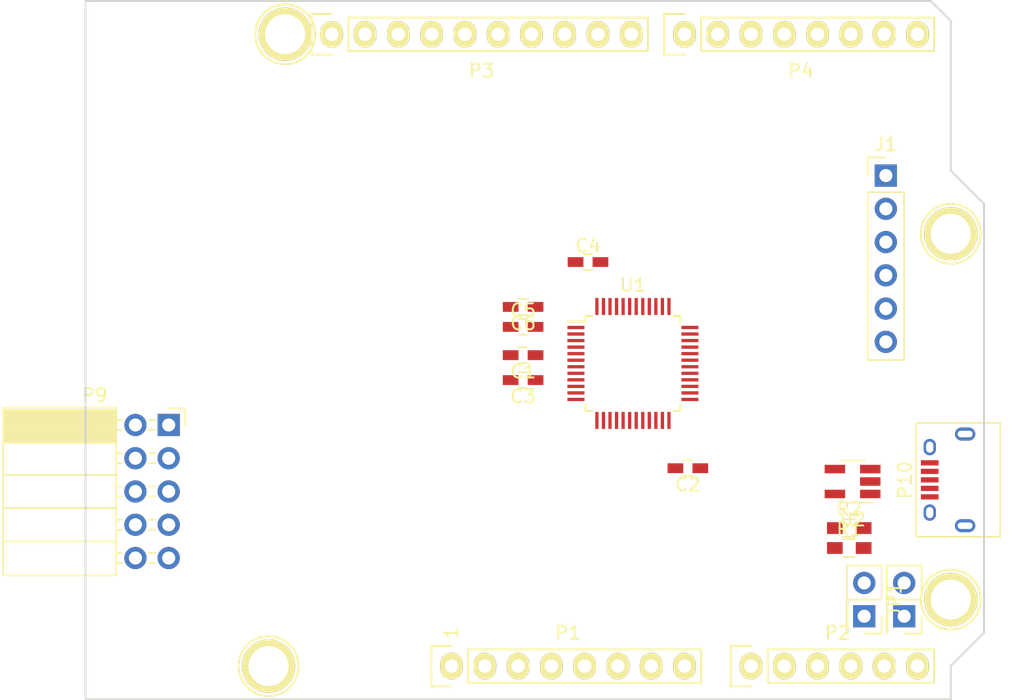
<source format=kicad_pcb>
(kicad_pcb (version 4) (host pcbnew 4.0.6)

  (general
    (links 66)
    (no_connects 66)
    (area 110.922999 72.949999 179.653001 126.440001)
    (thickness 1.6)
    (drawings 27)
    (tracks 0)
    (zones 0)
    (modules 23)
    (nets 26)
  )

  (page A4)
  (title_block
    (title "libopencm3-test hardware")
    (date 2017-10-31)
    (rev 1)
  )

  (layers
    (0 F.Cu signal)
    (31 B.Cu signal)
    (32 B.Adhes user)
    (33 F.Adhes user)
    (34 B.Paste user)
    (35 F.Paste user)
    (36 B.SilkS user)
    (37 F.SilkS user)
    (38 B.Mask user)
    (39 F.Mask user)
    (40 Dwgs.User user)
    (41 Cmts.User user)
    (42 Eco1.User user)
    (43 Eco2.User user)
    (44 Edge.Cuts user)
    (45 Margin user)
    (46 B.CrtYd user)
    (47 F.CrtYd user)
    (48 B.Fab user)
    (49 F.Fab user)
  )

  (setup
    (last_trace_width 0.25)
    (trace_clearance 0.2)
    (zone_clearance 0.508)
    (zone_45_only no)
    (trace_min 0.2)
    (segment_width 0.15)
    (edge_width 0.15)
    (via_size 0.6)
    (via_drill 0.4)
    (via_min_size 0.4)
    (via_min_drill 0.3)
    (uvia_size 0.3)
    (uvia_drill 0.1)
    (uvias_allowed no)
    (uvia_min_size 0.2)
    (uvia_min_drill 0.1)
    (pcb_text_width 0.3)
    (pcb_text_size 1.5 1.5)
    (mod_edge_width 0.15)
    (mod_text_size 1 1)
    (mod_text_width 0.15)
    (pad_size 4.064 4.064)
    (pad_drill 3.048)
    (pad_to_mask_clearance 0)
    (aux_axis_origin 110.998 126.365)
    (grid_origin 110.998 126.365)
    (visible_elements FFFFFF7F)
    (pcbplotparams
      (layerselection 0x00030_80000001)
      (usegerberextensions false)
      (excludeedgelayer true)
      (linewidth 0.100000)
      (plotframeref false)
      (viasonmask false)
      (mode 1)
      (useauxorigin false)
      (hpglpennumber 1)
      (hpglpenspeed 20)
      (hpglpendiameter 15)
      (hpglpenoverlay 2)
      (psnegative false)
      (psa4output false)
      (plotreference true)
      (plotvalue true)
      (plotinvisibletext false)
      (padsonsilk false)
      (subtractmaskfromsilk false)
      (outputformat 1)
      (mirror false)
      (drillshape 1)
      (scaleselection 1)
      (outputdirectory ""))
  )

  (net 0 "")
  (net 1 +5V)
  (net 2 GND)
  (net 3 +3V3)
  (net 4 /NRST)
  (net 5 /ADC_IN1)
  (net 6 /I2C_SDA)
  (net 7 /I2C_SCL)
  (net 8 /SPI_CS)
  (net 9 /SPI_MOSI)
  (net 10 /SPI_MISO)
  (net 11 /SPI_SCK)
  (net 12 /USB_DM)
  (net 13 /USB_DP)
  (net 14 "Net-(P10-Pad6)")
  (net 15 /SWCLK)
  (net 16 /SWDIO)
  (net 17 /SWO)
  (net 18 /DAC1_OUT)
  (net 19 /DAC2_OUT)
  (net 20 /UART_TX_OUT)
  (net 21 /UART_RX_OUT)
  (net 22 "Net-(JP1-Pad2)")
  (net 23 "Net-(JP2-Pad2)")
  (net 24 "Net-(R1-Pad1)")
  (net 25 "Net-(C6-Pad1)")

  (net_class Default "This is the default net class."
    (clearance 0.2)
    (trace_width 0.25)
    (via_dia 0.6)
    (via_drill 0.4)
    (uvia_dia 0.3)
    (uvia_drill 0.1)
    (add_net +3V3)
    (add_net +5V)
    (add_net /ADC_IN1)
    (add_net /DAC1_OUT)
    (add_net /DAC2_OUT)
    (add_net /I2C_SCL)
    (add_net /I2C_SDA)
    (add_net /NRST)
    (add_net /SPI_CS)
    (add_net /SPI_MISO)
    (add_net /SPI_MOSI)
    (add_net /SPI_SCK)
    (add_net /SWCLK)
    (add_net /SWDIO)
    (add_net /SWO)
    (add_net /UART_RX_OUT)
    (add_net /UART_TX_OUT)
    (add_net /USB_DM)
    (add_net /USB_DP)
    (add_net GND)
    (add_net "Net-(C6-Pad1)")
    (add_net "Net-(JP1-Pad2)")
    (add_net "Net-(JP2-Pad2)")
    (add_net "Net-(P10-Pad6)")
    (add_net "Net-(R1-Pad1)")
  )

  (module Socket_Arduino_Uno:Socket_Strip_Arduino_1x08 locked (layer F.Cu) (tedit 552168D2) (tstamp 551AF9EA)
    (at 138.938 123.825)
    (descr "Through hole socket strip")
    (tags "socket strip")
    (path /56D70129)
    (fp_text reference P1 (at 8.89 -2.54) (layer F.SilkS)
      (effects (font (size 1 1) (thickness 0.15)))
    )
    (fp_text value Power (at 8.89 -4.064) (layer F.Fab)
      (effects (font (size 1 1) (thickness 0.15)))
    )
    (fp_line (start -1.75 -1.75) (end -1.75 1.75) (layer F.CrtYd) (width 0.05))
    (fp_line (start 19.55 -1.75) (end 19.55 1.75) (layer F.CrtYd) (width 0.05))
    (fp_line (start -1.75 -1.75) (end 19.55 -1.75) (layer F.CrtYd) (width 0.05))
    (fp_line (start -1.75 1.75) (end 19.55 1.75) (layer F.CrtYd) (width 0.05))
    (fp_line (start 1.27 1.27) (end 19.05 1.27) (layer F.SilkS) (width 0.15))
    (fp_line (start 19.05 1.27) (end 19.05 -1.27) (layer F.SilkS) (width 0.15))
    (fp_line (start 19.05 -1.27) (end 1.27 -1.27) (layer F.SilkS) (width 0.15))
    (fp_line (start -1.55 1.55) (end 0 1.55) (layer F.SilkS) (width 0.15))
    (fp_line (start 1.27 1.27) (end 1.27 -1.27) (layer F.SilkS) (width 0.15))
    (fp_line (start 0 -1.55) (end -1.55 -1.55) (layer F.SilkS) (width 0.15))
    (fp_line (start -1.55 -1.55) (end -1.55 1.55) (layer F.SilkS) (width 0.15))
    (pad 1 thru_hole oval (at 0 0) (size 1.7272 2.032) (drill 1.016) (layers *.Cu *.Mask F.SilkS))
    (pad 2 thru_hole oval (at 2.54 0) (size 1.7272 2.032) (drill 1.016) (layers *.Cu *.Mask F.SilkS))
    (pad 3 thru_hole oval (at 5.08 0) (size 1.7272 2.032) (drill 1.016) (layers *.Cu *.Mask F.SilkS))
    (pad 4 thru_hole oval (at 7.62 0) (size 1.7272 2.032) (drill 1.016) (layers *.Cu *.Mask F.SilkS)
      (net 3 +3V3))
    (pad 5 thru_hole oval (at 10.16 0) (size 1.7272 2.032) (drill 1.016) (layers *.Cu *.Mask F.SilkS)
      (net 1 +5V))
    (pad 6 thru_hole oval (at 12.7 0) (size 1.7272 2.032) (drill 1.016) (layers *.Cu *.Mask F.SilkS)
      (net 2 GND))
    (pad 7 thru_hole oval (at 15.24 0) (size 1.7272 2.032) (drill 1.016) (layers *.Cu *.Mask F.SilkS)
      (net 2 GND))
    (pad 8 thru_hole oval (at 17.78 0) (size 1.7272 2.032) (drill 1.016) (layers *.Cu *.Mask F.SilkS))
    (model ${KIPRJMOD}/Socket_Arduino_Uno.3dshapes/Socket_header_Arduino_1x08.wrl
      (at (xyz 0.35 0 0))
      (scale (xyz 1 1 1))
      (rotate (xyz 0 0 180))
    )
  )

  (module Socket_Arduino_Uno:Socket_Strip_Arduino_1x06 locked (layer F.Cu) (tedit 552168D6) (tstamp 551AF9FF)
    (at 161.798 123.825)
    (descr "Through hole socket strip")
    (tags "socket strip")
    (path /56D70DD8)
    (fp_text reference P2 (at 6.604 -2.54) (layer F.SilkS)
      (effects (font (size 1 1) (thickness 0.15)))
    )
    (fp_text value Analog (at 6.604 -4.064) (layer F.Fab)
      (effects (font (size 1 1) (thickness 0.15)))
    )
    (fp_line (start -1.75 -1.75) (end -1.75 1.75) (layer F.CrtYd) (width 0.05))
    (fp_line (start 14.45 -1.75) (end 14.45 1.75) (layer F.CrtYd) (width 0.05))
    (fp_line (start -1.75 -1.75) (end 14.45 -1.75) (layer F.CrtYd) (width 0.05))
    (fp_line (start -1.75 1.75) (end 14.45 1.75) (layer F.CrtYd) (width 0.05))
    (fp_line (start 1.27 1.27) (end 13.97 1.27) (layer F.SilkS) (width 0.15))
    (fp_line (start 13.97 1.27) (end 13.97 -1.27) (layer F.SilkS) (width 0.15))
    (fp_line (start 13.97 -1.27) (end 1.27 -1.27) (layer F.SilkS) (width 0.15))
    (fp_line (start -1.55 1.55) (end 0 1.55) (layer F.SilkS) (width 0.15))
    (fp_line (start 1.27 1.27) (end 1.27 -1.27) (layer F.SilkS) (width 0.15))
    (fp_line (start 0 -1.55) (end -1.55 -1.55) (layer F.SilkS) (width 0.15))
    (fp_line (start -1.55 -1.55) (end -1.55 1.55) (layer F.SilkS) (width 0.15))
    (pad 1 thru_hole oval (at 0 0) (size 1.7272 2.032) (drill 1.016) (layers *.Cu *.Mask F.SilkS)
      (net 18 /DAC1_OUT))
    (pad 2 thru_hole oval (at 2.54 0) (size 1.7272 2.032) (drill 1.016) (layers *.Cu *.Mask F.SilkS)
      (net 19 /DAC2_OUT))
    (pad 3 thru_hole oval (at 5.08 0) (size 1.7272 2.032) (drill 1.016) (layers *.Cu *.Mask F.SilkS)
      (net 5 /ADC_IN1))
    (pad 4 thru_hole oval (at 7.62 0) (size 1.7272 2.032) (drill 1.016) (layers *.Cu *.Mask F.SilkS))
    (pad 5 thru_hole oval (at 10.16 0) (size 1.7272 2.032) (drill 1.016) (layers *.Cu *.Mask F.SilkS)
      (net 6 /I2C_SDA))
    (pad 6 thru_hole oval (at 12.7 0) (size 1.7272 2.032) (drill 1.016) (layers *.Cu *.Mask F.SilkS)
      (net 7 /I2C_SCL))
    (model ${KIPRJMOD}/Socket_Arduino_Uno.3dshapes/Socket_header_Arduino_1x06.wrl
      (at (xyz 0.25 0 0))
      (scale (xyz 1 1 1))
      (rotate (xyz 0 0 180))
    )
  )

  (module Socket_Arduino_Uno:Socket_Strip_Arduino_1x10 locked (layer F.Cu) (tedit 552168BF) (tstamp 551AFA18)
    (at 129.794 75.565)
    (descr "Through hole socket strip")
    (tags "socket strip")
    (path /56D721E0)
    (fp_text reference P3 (at 11.43 2.794) (layer F.SilkS)
      (effects (font (size 1 1) (thickness 0.15)))
    )
    (fp_text value Digital (at 11.43 4.318) (layer F.Fab)
      (effects (font (size 1 1) (thickness 0.15)))
    )
    (fp_line (start -1.75 -1.75) (end -1.75 1.75) (layer F.CrtYd) (width 0.05))
    (fp_line (start 24.65 -1.75) (end 24.65 1.75) (layer F.CrtYd) (width 0.05))
    (fp_line (start -1.75 -1.75) (end 24.65 -1.75) (layer F.CrtYd) (width 0.05))
    (fp_line (start -1.75 1.75) (end 24.65 1.75) (layer F.CrtYd) (width 0.05))
    (fp_line (start 1.27 1.27) (end 24.13 1.27) (layer F.SilkS) (width 0.15))
    (fp_line (start 24.13 1.27) (end 24.13 -1.27) (layer F.SilkS) (width 0.15))
    (fp_line (start 24.13 -1.27) (end 1.27 -1.27) (layer F.SilkS) (width 0.15))
    (fp_line (start -1.55 1.55) (end 0 1.55) (layer F.SilkS) (width 0.15))
    (fp_line (start 1.27 1.27) (end 1.27 -1.27) (layer F.SilkS) (width 0.15))
    (fp_line (start 0 -1.55) (end -1.55 -1.55) (layer F.SilkS) (width 0.15))
    (fp_line (start -1.55 -1.55) (end -1.55 1.55) (layer F.SilkS) (width 0.15))
    (pad 1 thru_hole oval (at 0 0) (size 1.7272 2.032) (drill 1.016) (layers *.Cu *.Mask F.SilkS))
    (pad 2 thru_hole oval (at 2.54 0) (size 1.7272 2.032) (drill 1.016) (layers *.Cu *.Mask F.SilkS))
    (pad 3 thru_hole oval (at 5.08 0) (size 1.7272 2.032) (drill 1.016) (layers *.Cu *.Mask F.SilkS)
      (net 8 /SPI_CS))
    (pad 4 thru_hole oval (at 7.62 0) (size 1.7272 2.032) (drill 1.016) (layers *.Cu *.Mask F.SilkS)
      (net 9 /SPI_MOSI))
    (pad 5 thru_hole oval (at 10.16 0) (size 1.7272 2.032) (drill 1.016) (layers *.Cu *.Mask F.SilkS)
      (net 10 /SPI_MISO))
    (pad 6 thru_hole oval (at 12.7 0) (size 1.7272 2.032) (drill 1.016) (layers *.Cu *.Mask F.SilkS)
      (net 11 /SPI_SCK))
    (pad 7 thru_hole oval (at 15.24 0) (size 1.7272 2.032) (drill 1.016) (layers *.Cu *.Mask F.SilkS)
      (net 2 GND))
    (pad 8 thru_hole oval (at 17.78 0) (size 1.7272 2.032) (drill 1.016) (layers *.Cu *.Mask F.SilkS))
    (pad 9 thru_hole oval (at 20.32 0) (size 1.7272 2.032) (drill 1.016) (layers *.Cu *.Mask F.SilkS)
      (net 6 /I2C_SDA))
    (pad 10 thru_hole oval (at 22.86 0) (size 1.7272 2.032) (drill 1.016) (layers *.Cu *.Mask F.SilkS)
      (net 7 /I2C_SCL))
    (model ${KIPRJMOD}/Socket_Arduino_Uno.3dshapes/Socket_header_Arduino_1x10.wrl
      (at (xyz 0.45 0 0))
      (scale (xyz 1 1 1))
      (rotate (xyz 0 0 180))
    )
  )

  (module Socket_Arduino_Uno:Socket_Strip_Arduino_1x08 locked (layer F.Cu) (tedit 552168C7) (tstamp 551AFA2F)
    (at 156.718 75.565)
    (descr "Through hole socket strip")
    (tags "socket strip")
    (path /56D7164F)
    (fp_text reference P4 (at 8.89 2.794) (layer F.SilkS)
      (effects (font (size 1 1) (thickness 0.15)))
    )
    (fp_text value Digital (at 8.89 4.318) (layer F.Fab)
      (effects (font (size 1 1) (thickness 0.15)))
    )
    (fp_line (start -1.75 -1.75) (end -1.75 1.75) (layer F.CrtYd) (width 0.05))
    (fp_line (start 19.55 -1.75) (end 19.55 1.75) (layer F.CrtYd) (width 0.05))
    (fp_line (start -1.75 -1.75) (end 19.55 -1.75) (layer F.CrtYd) (width 0.05))
    (fp_line (start -1.75 1.75) (end 19.55 1.75) (layer F.CrtYd) (width 0.05))
    (fp_line (start 1.27 1.27) (end 19.05 1.27) (layer F.SilkS) (width 0.15))
    (fp_line (start 19.05 1.27) (end 19.05 -1.27) (layer F.SilkS) (width 0.15))
    (fp_line (start 19.05 -1.27) (end 1.27 -1.27) (layer F.SilkS) (width 0.15))
    (fp_line (start -1.55 1.55) (end 0 1.55) (layer F.SilkS) (width 0.15))
    (fp_line (start 1.27 1.27) (end 1.27 -1.27) (layer F.SilkS) (width 0.15))
    (fp_line (start 0 -1.55) (end -1.55 -1.55) (layer F.SilkS) (width 0.15))
    (fp_line (start -1.55 -1.55) (end -1.55 1.55) (layer F.SilkS) (width 0.15))
    (pad 1 thru_hole oval (at 0 0) (size 1.7272 2.032) (drill 1.016) (layers *.Cu *.Mask F.SilkS)
      (net 20 /UART_TX_OUT))
    (pad 2 thru_hole oval (at 2.54 0) (size 1.7272 2.032) (drill 1.016) (layers *.Cu *.Mask F.SilkS)
      (net 21 /UART_RX_OUT))
    (pad 3 thru_hole oval (at 5.08 0) (size 1.7272 2.032) (drill 1.016) (layers *.Cu *.Mask F.SilkS))
    (pad 4 thru_hole oval (at 7.62 0) (size 1.7272 2.032) (drill 1.016) (layers *.Cu *.Mask F.SilkS))
    (pad 5 thru_hole oval (at 10.16 0) (size 1.7272 2.032) (drill 1.016) (layers *.Cu *.Mask F.SilkS))
    (pad 6 thru_hole oval (at 12.7 0) (size 1.7272 2.032) (drill 1.016) (layers *.Cu *.Mask F.SilkS))
    (pad 7 thru_hole oval (at 15.24 0) (size 1.7272 2.032) (drill 1.016) (layers *.Cu *.Mask F.SilkS))
    (pad 8 thru_hole oval (at 17.78 0) (size 1.7272 2.032) (drill 1.016) (layers *.Cu *.Mask F.SilkS))
    (model ${KIPRJMOD}/Socket_Arduino_Uno.3dshapes/Socket_header_Arduino_1x08.wrl
      (at (xyz 0.35 0 0))
      (scale (xyz 1 1 1))
      (rotate (xyz 0 0 180))
    )
  )

  (module Socket_Arduino_Uno:Arduino_1pin locked (layer F.Cu) (tedit 5524FC39) (tstamp 5524FC3F)
    (at 124.968 123.825)
    (descr "module 1 pin (ou trou mecanique de percage)")
    (tags DEV)
    (path /56D71177)
    (fp_text reference P5 (at 0 -3.048) (layer F.SilkS) hide
      (effects (font (size 1 1) (thickness 0.15)))
    )
    (fp_text value CONN_01X01 (at 0 2.794) (layer F.Fab) hide
      (effects (font (size 1 1) (thickness 0.15)))
    )
    (fp_circle (center 0 0) (end 0 -2.286) (layer F.SilkS) (width 0.15))
    (pad 1 thru_hole circle (at 0 0) (size 4.064 4.064) (drill 3.048) (layers *.Cu *.Mask F.SilkS))
  )

  (module Socket_Arduino_Uno:Arduino_1pin locked (layer F.Cu) (tedit 5524FC4A) (tstamp 5524FC44)
    (at 177.038 118.745)
    (descr "module 1 pin (ou trou mecanique de percage)")
    (tags DEV)
    (path /56D71274)
    (fp_text reference P6 (at 0 -3.048) (layer F.SilkS) hide
      (effects (font (size 1 1) (thickness 0.15)))
    )
    (fp_text value CONN_01X01 (at 0 2.794) (layer F.Fab) hide
      (effects (font (size 1 1) (thickness 0.15)))
    )
    (fp_circle (center 0 0) (end 0 -2.286) (layer F.SilkS) (width 0.15))
    (pad 1 thru_hole circle (at 0 0) (size 4.064 4.064) (drill 3.048) (layers *.Cu *.Mask F.SilkS))
  )

  (module Socket_Arduino_Uno:Arduino_1pin locked (layer F.Cu) (tedit 5524FC2F) (tstamp 5524FC49)
    (at 126.238 75.565)
    (descr "module 1 pin (ou trou mecanique de percage)")
    (tags DEV)
    (path /56D712A8)
    (fp_text reference P7 (at 0 -3.048) (layer F.SilkS) hide
      (effects (font (size 1 1) (thickness 0.15)))
    )
    (fp_text value CONN_01X01 (at 0 2.794) (layer F.Fab) hide
      (effects (font (size 1 1) (thickness 0.15)))
    )
    (fp_circle (center 0 0) (end 0 -2.286) (layer F.SilkS) (width 0.15))
    (pad 1 thru_hole circle (at 0 0) (size 4.064 4.064) (drill 3.048) (layers *.Cu *.Mask F.SilkS))
  )

  (module Socket_Arduino_Uno:Arduino_1pin locked (layer F.Cu) (tedit 5524FC41) (tstamp 5524FC4E)
    (at 177.038 90.805)
    (descr "module 1 pin (ou trou mecanique de percage)")
    (tags DEV)
    (path /56D712DB)
    (fp_text reference P8 (at 0 -3.048) (layer F.SilkS) hide
      (effects (font (size 1 1) (thickness 0.15)))
    )
    (fp_text value CONN_01X01 (at 0 2.794) (layer F.Fab) hide
      (effects (font (size 1 1) (thickness 0.15)))
    )
    (fp_circle (center 0 0) (end 0 -2.286) (layer F.SilkS) (width 0.15))
    (pad 1 thru_hole circle (at 0 0) (size 4.064 4.064) (drill 3.048) (layers *.Cu *.Mask F.SilkS))
  )

  (module Capacitors_SMD:C_0603_HandSoldering (layer F.Cu) (tedit 58AA848B) (tstamp 59F7BF21)
    (at 144.399 100.076 180)
    (descr "Capacitor SMD 0603, hand soldering")
    (tags "capacitor 0603")
    (path /58CF4B65)
    (attr smd)
    (fp_text reference C1 (at 0 -1.25 180) (layer F.SilkS)
      (effects (font (size 1 1) (thickness 0.15)))
    )
    (fp_text value 100n (at 0 1.5 180) (layer F.Fab)
      (effects (font (size 1 1) (thickness 0.15)))
    )
    (fp_text user %R (at 0 -1.25 180) (layer F.Fab)
      (effects (font (size 1 1) (thickness 0.15)))
    )
    (fp_line (start -0.8 0.4) (end -0.8 -0.4) (layer F.Fab) (width 0.1))
    (fp_line (start 0.8 0.4) (end -0.8 0.4) (layer F.Fab) (width 0.1))
    (fp_line (start 0.8 -0.4) (end 0.8 0.4) (layer F.Fab) (width 0.1))
    (fp_line (start -0.8 -0.4) (end 0.8 -0.4) (layer F.Fab) (width 0.1))
    (fp_line (start -0.35 -0.6) (end 0.35 -0.6) (layer F.SilkS) (width 0.12))
    (fp_line (start 0.35 0.6) (end -0.35 0.6) (layer F.SilkS) (width 0.12))
    (fp_line (start -1.8 -0.65) (end 1.8 -0.65) (layer F.CrtYd) (width 0.05))
    (fp_line (start -1.8 -0.65) (end -1.8 0.65) (layer F.CrtYd) (width 0.05))
    (fp_line (start 1.8 0.65) (end 1.8 -0.65) (layer F.CrtYd) (width 0.05))
    (fp_line (start 1.8 0.65) (end -1.8 0.65) (layer F.CrtYd) (width 0.05))
    (pad 1 smd rect (at -0.95 0 180) (size 1.2 0.75) (layers F.Cu F.Paste F.Mask)
      (net 4 /NRST))
    (pad 2 smd rect (at 0.95 0 180) (size 1.2 0.75) (layers F.Cu F.Paste F.Mask)
      (net 2 GND))
    (model Capacitors_SMD.3dshapes/C_0603.wrl
      (at (xyz 0 0 0))
      (scale (xyz 1 1 1))
      (rotate (xyz 0 0 0))
    )
  )

  (module Capacitors_SMD:C_0603_HandSoldering (layer F.Cu) (tedit 58AA848B) (tstamp 59F7BF27)
    (at 156.972 108.712 180)
    (descr "Capacitor SMD 0603, hand soldering")
    (tags "capacitor 0603")
    (path /58CF43FF)
    (attr smd)
    (fp_text reference C2 (at 0 -1.25 180) (layer F.SilkS)
      (effects (font (size 1 1) (thickness 0.15)))
    )
    (fp_text value 100n (at 0 1.5 180) (layer F.Fab)
      (effects (font (size 1 1) (thickness 0.15)))
    )
    (fp_text user %R (at 0 -1.25 180) (layer F.Fab)
      (effects (font (size 1 1) (thickness 0.15)))
    )
    (fp_line (start -0.8 0.4) (end -0.8 -0.4) (layer F.Fab) (width 0.1))
    (fp_line (start 0.8 0.4) (end -0.8 0.4) (layer F.Fab) (width 0.1))
    (fp_line (start 0.8 -0.4) (end 0.8 0.4) (layer F.Fab) (width 0.1))
    (fp_line (start -0.8 -0.4) (end 0.8 -0.4) (layer F.Fab) (width 0.1))
    (fp_line (start -0.35 -0.6) (end 0.35 -0.6) (layer F.SilkS) (width 0.12))
    (fp_line (start 0.35 0.6) (end -0.35 0.6) (layer F.SilkS) (width 0.12))
    (fp_line (start -1.8 -0.65) (end 1.8 -0.65) (layer F.CrtYd) (width 0.05))
    (fp_line (start -1.8 -0.65) (end -1.8 0.65) (layer F.CrtYd) (width 0.05))
    (fp_line (start 1.8 0.65) (end 1.8 -0.65) (layer F.CrtYd) (width 0.05))
    (fp_line (start 1.8 0.65) (end -1.8 0.65) (layer F.CrtYd) (width 0.05))
    (pad 1 smd rect (at -0.95 0 180) (size 1.2 0.75) (layers F.Cu F.Paste F.Mask)
      (net 3 +3V3))
    (pad 2 smd rect (at 0.95 0 180) (size 1.2 0.75) (layers F.Cu F.Paste F.Mask)
      (net 2 GND))
    (model Capacitors_SMD.3dshapes/C_0603.wrl
      (at (xyz 0 0 0))
      (scale (xyz 1 1 1))
      (rotate (xyz 0 0 0))
    )
  )

  (module Capacitors_SMD:C_0603_HandSoldering (layer F.Cu) (tedit 58AA848B) (tstamp 59F7BF2D)
    (at 144.399 101.981 180)
    (descr "Capacitor SMD 0603, hand soldering")
    (tags "capacitor 0603")
    (path /58CF69A9)
    (attr smd)
    (fp_text reference C3 (at 0 -1.25 180) (layer F.SilkS)
      (effects (font (size 1 1) (thickness 0.15)))
    )
    (fp_text value 100n (at 0 1.5 180) (layer F.Fab)
      (effects (font (size 1 1) (thickness 0.15)))
    )
    (fp_text user %R (at 0 -1.25 180) (layer F.Fab)
      (effects (font (size 1 1) (thickness 0.15)))
    )
    (fp_line (start -0.8 0.4) (end -0.8 -0.4) (layer F.Fab) (width 0.1))
    (fp_line (start 0.8 0.4) (end -0.8 0.4) (layer F.Fab) (width 0.1))
    (fp_line (start 0.8 -0.4) (end 0.8 0.4) (layer F.Fab) (width 0.1))
    (fp_line (start -0.8 -0.4) (end 0.8 -0.4) (layer F.Fab) (width 0.1))
    (fp_line (start -0.35 -0.6) (end 0.35 -0.6) (layer F.SilkS) (width 0.12))
    (fp_line (start 0.35 0.6) (end -0.35 0.6) (layer F.SilkS) (width 0.12))
    (fp_line (start -1.8 -0.65) (end 1.8 -0.65) (layer F.CrtYd) (width 0.05))
    (fp_line (start -1.8 -0.65) (end -1.8 0.65) (layer F.CrtYd) (width 0.05))
    (fp_line (start 1.8 0.65) (end 1.8 -0.65) (layer F.CrtYd) (width 0.05))
    (fp_line (start 1.8 0.65) (end -1.8 0.65) (layer F.CrtYd) (width 0.05))
    (pad 1 smd rect (at -0.95 0 180) (size 1.2 0.75) (layers F.Cu F.Paste F.Mask)
      (net 3 +3V3))
    (pad 2 smd rect (at 0.95 0 180) (size 1.2 0.75) (layers F.Cu F.Paste F.Mask)
      (net 2 GND))
    (model Capacitors_SMD.3dshapes/C_0603.wrl
      (at (xyz 0 0 0))
      (scale (xyz 1 1 1))
      (rotate (xyz 0 0 0))
    )
  )

  (module Capacitors_SMD:C_0603_HandSoldering (layer F.Cu) (tedit 58AA848B) (tstamp 59F7BF33)
    (at 149.352 92.964)
    (descr "Capacitor SMD 0603, hand soldering")
    (tags "capacitor 0603")
    (path /58CF69F1)
    (attr smd)
    (fp_text reference C4 (at 0 -1.25) (layer F.SilkS)
      (effects (font (size 1 1) (thickness 0.15)))
    )
    (fp_text value 100n (at 0 1.5) (layer F.Fab)
      (effects (font (size 1 1) (thickness 0.15)))
    )
    (fp_text user %R (at 0 -1.25) (layer F.Fab)
      (effects (font (size 1 1) (thickness 0.15)))
    )
    (fp_line (start -0.8 0.4) (end -0.8 -0.4) (layer F.Fab) (width 0.1))
    (fp_line (start 0.8 0.4) (end -0.8 0.4) (layer F.Fab) (width 0.1))
    (fp_line (start 0.8 -0.4) (end 0.8 0.4) (layer F.Fab) (width 0.1))
    (fp_line (start -0.8 -0.4) (end 0.8 -0.4) (layer F.Fab) (width 0.1))
    (fp_line (start -0.35 -0.6) (end 0.35 -0.6) (layer F.SilkS) (width 0.12))
    (fp_line (start 0.35 0.6) (end -0.35 0.6) (layer F.SilkS) (width 0.12))
    (fp_line (start -1.8 -0.65) (end 1.8 -0.65) (layer F.CrtYd) (width 0.05))
    (fp_line (start -1.8 -0.65) (end -1.8 0.65) (layer F.CrtYd) (width 0.05))
    (fp_line (start 1.8 0.65) (end 1.8 -0.65) (layer F.CrtYd) (width 0.05))
    (fp_line (start 1.8 0.65) (end -1.8 0.65) (layer F.CrtYd) (width 0.05))
    (pad 1 smd rect (at -0.95 0) (size 1.2 0.75) (layers F.Cu F.Paste F.Mask)
      (net 3 +3V3))
    (pad 2 smd rect (at 0.95 0) (size 1.2 0.75) (layers F.Cu F.Paste F.Mask)
      (net 2 GND))
    (model Capacitors_SMD.3dshapes/C_0603.wrl
      (at (xyz 0 0 0))
      (scale (xyz 1 1 1))
      (rotate (xyz 0 0 0))
    )
  )

  (module Capacitors_SMD:C_0603_HandSoldering (layer F.Cu) (tedit 58AA848B) (tstamp 59F7BF39)
    (at 144.399 97.917)
    (descr "Capacitor SMD 0603, hand soldering")
    (tags "capacitor 0603")
    (path /58CF6A3A)
    (attr smd)
    (fp_text reference C5 (at 0 -1.25) (layer F.SilkS)
      (effects (font (size 1 1) (thickness 0.15)))
    )
    (fp_text value 100n (at 0 1.5) (layer F.Fab)
      (effects (font (size 1 1) (thickness 0.15)))
    )
    (fp_text user %R (at 0 -1.25) (layer F.Fab)
      (effects (font (size 1 1) (thickness 0.15)))
    )
    (fp_line (start -0.8 0.4) (end -0.8 -0.4) (layer F.Fab) (width 0.1))
    (fp_line (start 0.8 0.4) (end -0.8 0.4) (layer F.Fab) (width 0.1))
    (fp_line (start 0.8 -0.4) (end 0.8 0.4) (layer F.Fab) (width 0.1))
    (fp_line (start -0.8 -0.4) (end 0.8 -0.4) (layer F.Fab) (width 0.1))
    (fp_line (start -0.35 -0.6) (end 0.35 -0.6) (layer F.SilkS) (width 0.12))
    (fp_line (start 0.35 0.6) (end -0.35 0.6) (layer F.SilkS) (width 0.12))
    (fp_line (start -1.8 -0.65) (end 1.8 -0.65) (layer F.CrtYd) (width 0.05))
    (fp_line (start -1.8 -0.65) (end -1.8 0.65) (layer F.CrtYd) (width 0.05))
    (fp_line (start 1.8 0.65) (end 1.8 -0.65) (layer F.CrtYd) (width 0.05))
    (fp_line (start 1.8 0.65) (end -1.8 0.65) (layer F.CrtYd) (width 0.05))
    (pad 1 smd rect (at -0.95 0) (size 1.2 0.75) (layers F.Cu F.Paste F.Mask)
      (net 3 +3V3))
    (pad 2 smd rect (at 0.95 0) (size 1.2 0.75) (layers F.Cu F.Paste F.Mask)
      (net 2 GND))
    (model Capacitors_SMD.3dshapes/C_0603.wrl
      (at (xyz 0 0 0))
      (scale (xyz 1 1 1))
      (rotate (xyz 0 0 0))
    )
  )

  (module Connectors:USB_Micro-B (layer F.Cu) (tedit 5543E447) (tstamp 59F7BF54)
    (at 176.784 109.601 90)
    (descr "Micro USB Type B Receptacle")
    (tags "USB USB_B USB_micro USB_OTG")
    (path /58CF10AD)
    (attr smd)
    (fp_text reference P10 (at 0 -3.24 90) (layer F.SilkS)
      (effects (font (size 1 1) (thickness 0.15)))
    )
    (fp_text value CONTROL (at 0 5.01 90) (layer F.Fab)
      (effects (font (size 1 1) (thickness 0.15)))
    )
    (fp_line (start -4.6 -2.59) (end 4.6 -2.59) (layer F.CrtYd) (width 0.05))
    (fp_line (start 4.6 -2.59) (end 4.6 4.26) (layer F.CrtYd) (width 0.05))
    (fp_line (start 4.6 4.26) (end -4.6 4.26) (layer F.CrtYd) (width 0.05))
    (fp_line (start -4.6 4.26) (end -4.6 -2.59) (layer F.CrtYd) (width 0.05))
    (fp_line (start -4.35 4.03) (end 4.35 4.03) (layer F.SilkS) (width 0.12))
    (fp_line (start -4.35 -2.38) (end 4.35 -2.38) (layer F.SilkS) (width 0.12))
    (fp_line (start 4.35 -2.38) (end 4.35 4.03) (layer F.SilkS) (width 0.12))
    (fp_line (start 4.35 2.8) (end -4.35 2.8) (layer F.SilkS) (width 0.12))
    (fp_line (start -4.35 4.03) (end -4.35 -2.38) (layer F.SilkS) (width 0.12))
    (pad 1 smd rect (at -1.3 -1.35 180) (size 1.35 0.4) (layers F.Cu F.Paste F.Mask)
      (net 1 +5V))
    (pad 2 smd rect (at -0.65 -1.35 180) (size 1.35 0.4) (layers F.Cu F.Paste F.Mask)
      (net 12 /USB_DM))
    (pad 3 smd rect (at 0 -1.35 180) (size 1.35 0.4) (layers F.Cu F.Paste F.Mask)
      (net 13 /USB_DP))
    (pad 4 smd rect (at 0.65 -1.35 180) (size 1.35 0.4) (layers F.Cu F.Paste F.Mask))
    (pad 5 smd rect (at 1.3 -1.35 180) (size 1.35 0.4) (layers F.Cu F.Paste F.Mask)
      (net 2 GND))
    (pad 6 thru_hole oval (at -2.5 -1.35 180) (size 0.95 1.25) (drill oval 0.55 0.85) (layers *.Cu *.Mask)
      (net 14 "Net-(P10-Pad6)"))
    (pad 6 thru_hole oval (at 2.5 -1.35 180) (size 0.95 1.25) (drill oval 0.55 0.85) (layers *.Cu *.Mask)
      (net 14 "Net-(P10-Pad6)"))
    (pad 6 thru_hole oval (at -3.5 1.35 180) (size 1.55 1) (drill oval 1.15 0.5) (layers *.Cu *.Mask)
      (net 14 "Net-(P10-Pad6)"))
    (pad 6 thru_hole oval (at 3.5 1.35 180) (size 1.55 1) (drill oval 1.15 0.5) (layers *.Cu *.Mask)
      (net 14 "Net-(P10-Pad6)"))
  )

  (module Pin_Headers:Pin_Header_Straight_1x06_Pitch2.54mm (layer F.Cu) (tedit 5862ED52) (tstamp 59F7C0DF)
    (at 172.085 86.36)
    (descr "Through hole straight pin header, 1x06, 2.54mm pitch, single row")
    (tags "Through hole pin header THT 1x06 2.54mm single row")
    (path /59F7E088)
    (fp_text reference J1 (at 0 -2.39) (layer F.SilkS)
      (effects (font (size 1 1) (thickness 0.15)))
    )
    (fp_text value CONN_01X06 (at 0 15.09) (layer F.Fab)
      (effects (font (size 1 1) (thickness 0.15)))
    )
    (fp_line (start -1.27 -1.27) (end -1.27 13.97) (layer F.Fab) (width 0.1))
    (fp_line (start -1.27 13.97) (end 1.27 13.97) (layer F.Fab) (width 0.1))
    (fp_line (start 1.27 13.97) (end 1.27 -1.27) (layer F.Fab) (width 0.1))
    (fp_line (start 1.27 -1.27) (end -1.27 -1.27) (layer F.Fab) (width 0.1))
    (fp_line (start -1.39 1.27) (end -1.39 14.09) (layer F.SilkS) (width 0.12))
    (fp_line (start -1.39 14.09) (end 1.39 14.09) (layer F.SilkS) (width 0.12))
    (fp_line (start 1.39 14.09) (end 1.39 1.27) (layer F.SilkS) (width 0.12))
    (fp_line (start 1.39 1.27) (end -1.39 1.27) (layer F.SilkS) (width 0.12))
    (fp_line (start -1.39 0) (end -1.39 -1.39) (layer F.SilkS) (width 0.12))
    (fp_line (start -1.39 -1.39) (end 0 -1.39) (layer F.SilkS) (width 0.12))
    (fp_line (start -1.6 -1.6) (end -1.6 14.3) (layer F.CrtYd) (width 0.05))
    (fp_line (start -1.6 14.3) (end 1.6 14.3) (layer F.CrtYd) (width 0.05))
    (fp_line (start 1.6 14.3) (end 1.6 -1.6) (layer F.CrtYd) (width 0.05))
    (fp_line (start 1.6 -1.6) (end -1.6 -1.6) (layer F.CrtYd) (width 0.05))
    (pad 1 thru_hole rect (at 0 0) (size 1.7 1.7) (drill 1) (layers *.Cu *.Mask)
      (net 3 +3V3))
    (pad 2 thru_hole oval (at 0 2.54) (size 1.7 1.7) (drill 1) (layers *.Cu *.Mask)
      (net 15 /SWCLK))
    (pad 3 thru_hole oval (at 0 5.08) (size 1.7 1.7) (drill 1) (layers *.Cu *.Mask)
      (net 2 GND))
    (pad 4 thru_hole oval (at 0 7.62) (size 1.7 1.7) (drill 1) (layers *.Cu *.Mask)
      (net 16 /SWDIO))
    (pad 5 thru_hole oval (at 0 10.16) (size 1.7 1.7) (drill 1) (layers *.Cu *.Mask)
      (net 4 /NRST))
    (pad 6 thru_hole oval (at 0 12.7) (size 1.7 1.7) (drill 1) (layers *.Cu *.Mask)
      (net 17 /SWO))
    (model Pin_Headers.3dshapes/Pin_Header_Straight_1x06_Pitch2.54mm.wrl
      (at (xyz 0 -0.25 0))
      (scale (xyz 1 1 1))
      (rotate (xyz 0 0 90))
    )
  )

  (module Housings_QFP:TQFP-48_7x7mm_Pitch0.5mm (layer F.Cu) (tedit 54130A77) (tstamp 59F7C113)
    (at 152.781 100.711)
    (descr "48 LEAD TQFP 7x7mm (see MICREL TQFP7x7-48LD-PL-1.pdf)")
    (tags "QFP 0.5")
    (path /58CEFE92)
    (attr smd)
    (fp_text reference U1 (at 0 -6) (layer F.SilkS)
      (effects (font (size 1 1) (thickness 0.15)))
    )
    (fp_text value STM32L151C6TxA (at 0 6) (layer F.Fab)
      (effects (font (size 1 1) (thickness 0.15)))
    )
    (fp_text user %R (at 0 0) (layer F.Fab)
      (effects (font (size 1 1) (thickness 0.15)))
    )
    (fp_line (start -2.5 -3.5) (end 3.5 -3.5) (layer F.Fab) (width 0.15))
    (fp_line (start 3.5 -3.5) (end 3.5 3.5) (layer F.Fab) (width 0.15))
    (fp_line (start 3.5 3.5) (end -3.5 3.5) (layer F.Fab) (width 0.15))
    (fp_line (start -3.5 3.5) (end -3.5 -2.5) (layer F.Fab) (width 0.15))
    (fp_line (start -3.5 -2.5) (end -2.5 -3.5) (layer F.Fab) (width 0.15))
    (fp_line (start -5.25 -5.25) (end -5.25 5.25) (layer F.CrtYd) (width 0.05))
    (fp_line (start 5.25 -5.25) (end 5.25 5.25) (layer F.CrtYd) (width 0.05))
    (fp_line (start -5.25 -5.25) (end 5.25 -5.25) (layer F.CrtYd) (width 0.05))
    (fp_line (start -5.25 5.25) (end 5.25 5.25) (layer F.CrtYd) (width 0.05))
    (fp_line (start -3.625 -3.625) (end -3.625 -3.2) (layer F.SilkS) (width 0.15))
    (fp_line (start 3.625 -3.625) (end 3.625 -3.1) (layer F.SilkS) (width 0.15))
    (fp_line (start 3.625 3.625) (end 3.625 3.1) (layer F.SilkS) (width 0.15))
    (fp_line (start -3.625 3.625) (end -3.625 3.1) (layer F.SilkS) (width 0.15))
    (fp_line (start -3.625 -3.625) (end -3.1 -3.625) (layer F.SilkS) (width 0.15))
    (fp_line (start -3.625 3.625) (end -3.1 3.625) (layer F.SilkS) (width 0.15))
    (fp_line (start 3.625 3.625) (end 3.1 3.625) (layer F.SilkS) (width 0.15))
    (fp_line (start 3.625 -3.625) (end 3.1 -3.625) (layer F.SilkS) (width 0.15))
    (fp_line (start -3.625 -3.2) (end -5 -3.2) (layer F.SilkS) (width 0.15))
    (pad 1 smd rect (at -4.35 -2.75) (size 1.3 0.25) (layers F.Cu F.Paste F.Mask)
      (net 25 "Net-(C6-Pad1)"))
    (pad 2 smd rect (at -4.35 -2.25) (size 1.3 0.25) (layers F.Cu F.Paste F.Mask))
    (pad 3 smd rect (at -4.35 -1.75) (size 1.3 0.25) (layers F.Cu F.Paste F.Mask))
    (pad 4 smd rect (at -4.35 -1.25) (size 1.3 0.25) (layers F.Cu F.Paste F.Mask))
    (pad 5 smd rect (at -4.35 -0.75) (size 1.3 0.25) (layers F.Cu F.Paste F.Mask))
    (pad 6 smd rect (at -4.35 -0.25) (size 1.3 0.25) (layers F.Cu F.Paste F.Mask))
    (pad 7 smd rect (at -4.35 0.25) (size 1.3 0.25) (layers F.Cu F.Paste F.Mask)
      (net 4 /NRST))
    (pad 8 smd rect (at -4.35 0.75) (size 1.3 0.25) (layers F.Cu F.Paste F.Mask)
      (net 2 GND))
    (pad 9 smd rect (at -4.35 1.25) (size 1.3 0.25) (layers F.Cu F.Paste F.Mask)
      (net 3 +3V3))
    (pad 10 smd rect (at -4.35 1.75) (size 1.3 0.25) (layers F.Cu F.Paste F.Mask))
    (pad 11 smd rect (at -4.35 2.25) (size 1.3 0.25) (layers F.Cu F.Paste F.Mask))
    (pad 12 smd rect (at -4.35 2.75) (size 1.3 0.25) (layers F.Cu F.Paste F.Mask)
      (net 20 /UART_TX_OUT))
    (pad 13 smd rect (at -2.75 4.35 90) (size 1.3 0.25) (layers F.Cu F.Paste F.Mask)
      (net 21 /UART_RX_OUT))
    (pad 14 smd rect (at -2.25 4.35 90) (size 1.3 0.25) (layers F.Cu F.Paste F.Mask)
      (net 18 /DAC1_OUT))
    (pad 15 smd rect (at -1.75 4.35 90) (size 1.3 0.25) (layers F.Cu F.Paste F.Mask)
      (net 19 /DAC2_OUT))
    (pad 16 smd rect (at -1.25 4.35 90) (size 1.3 0.25) (layers F.Cu F.Paste F.Mask)
      (net 5 /ADC_IN1))
    (pad 17 smd rect (at -0.75 4.35 90) (size 1.3 0.25) (layers F.Cu F.Paste F.Mask))
    (pad 18 smd rect (at -0.25 4.35 90) (size 1.3 0.25) (layers F.Cu F.Paste F.Mask))
    (pad 19 smd rect (at 0.25 4.35 90) (size 1.3 0.25) (layers F.Cu F.Paste F.Mask))
    (pad 20 smd rect (at 0.75 4.35 90) (size 1.3 0.25) (layers F.Cu F.Paste F.Mask))
    (pad 21 smd rect (at 1.25 4.35 90) (size 1.3 0.25) (layers F.Cu F.Paste F.Mask))
    (pad 22 smd rect (at 1.75 4.35 90) (size 1.3 0.25) (layers F.Cu F.Paste F.Mask))
    (pad 23 smd rect (at 2.25 4.35 90) (size 1.3 0.25) (layers F.Cu F.Paste F.Mask)
      (net 2 GND))
    (pad 24 smd rect (at 2.75 4.35 90) (size 1.3 0.25) (layers F.Cu F.Paste F.Mask)
      (net 3 +3V3))
    (pad 25 smd rect (at 4.35 2.75) (size 1.3 0.25) (layers F.Cu F.Paste F.Mask)
      (net 8 /SPI_CS))
    (pad 26 smd rect (at 4.35 2.25) (size 1.3 0.25) (layers F.Cu F.Paste F.Mask)
      (net 11 /SPI_SCK))
    (pad 27 smd rect (at 4.35 1.75) (size 1.3 0.25) (layers F.Cu F.Paste F.Mask)
      (net 10 /SPI_MISO))
    (pad 28 smd rect (at 4.35 1.25) (size 1.3 0.25) (layers F.Cu F.Paste F.Mask)
      (net 9 /SPI_MOSI))
    (pad 29 smd rect (at 4.35 0.75) (size 1.3 0.25) (layers F.Cu F.Paste F.Mask))
    (pad 30 smd rect (at 4.35 0.25) (size 1.3 0.25) (layers F.Cu F.Paste F.Mask))
    (pad 31 smd rect (at 4.35 -0.25) (size 1.3 0.25) (layers F.Cu F.Paste F.Mask))
    (pad 32 smd rect (at 4.35 -0.75) (size 1.3 0.25) (layers F.Cu F.Paste F.Mask)
      (net 12 /USB_DM))
    (pad 33 smd rect (at 4.35 -1.25) (size 1.3 0.25) (layers F.Cu F.Paste F.Mask)
      (net 13 /USB_DP))
    (pad 34 smd rect (at 4.35 -1.75) (size 1.3 0.25) (layers F.Cu F.Paste F.Mask)
      (net 16 /SWDIO))
    (pad 35 smd rect (at 4.35 -2.25) (size 1.3 0.25) (layers F.Cu F.Paste F.Mask)
      (net 2 GND))
    (pad 36 smd rect (at 4.35 -2.75) (size 1.3 0.25) (layers F.Cu F.Paste F.Mask)
      (net 3 +3V3))
    (pad 37 smd rect (at 2.75 -4.35 90) (size 1.3 0.25) (layers F.Cu F.Paste F.Mask)
      (net 15 /SWCLK))
    (pad 38 smd rect (at 2.25 -4.35 90) (size 1.3 0.25) (layers F.Cu F.Paste F.Mask))
    (pad 39 smd rect (at 1.75 -4.35 90) (size 1.3 0.25) (layers F.Cu F.Paste F.Mask)
      (net 17 /SWO))
    (pad 40 smd rect (at 1.25 -4.35 90) (size 1.3 0.25) (layers F.Cu F.Paste F.Mask))
    (pad 41 smd rect (at 0.75 -4.35 90) (size 1.3 0.25) (layers F.Cu F.Paste F.Mask))
    (pad 42 smd rect (at 0.25 -4.35 90) (size 1.3 0.25) (layers F.Cu F.Paste F.Mask))
    (pad 43 smd rect (at -0.25 -4.35 90) (size 1.3 0.25) (layers F.Cu F.Paste F.Mask))
    (pad 44 smd rect (at -0.75 -4.35 90) (size 1.3 0.25) (layers F.Cu F.Paste F.Mask))
    (pad 45 smd rect (at -1.25 -4.35 90) (size 1.3 0.25) (layers F.Cu F.Paste F.Mask)
      (net 7 /I2C_SCL))
    (pad 46 smd rect (at -1.75 -4.35 90) (size 1.3 0.25) (layers F.Cu F.Paste F.Mask)
      (net 6 /I2C_SDA))
    (pad 47 smd rect (at -2.25 -4.35 90) (size 1.3 0.25) (layers F.Cu F.Paste F.Mask)
      (net 2 GND))
    (pad 48 smd rect (at -2.75 -4.35 90) (size 1.3 0.25) (layers F.Cu F.Paste F.Mask)
      (net 3 +3V3))
    (model Housings_QFP.3dshapes/TQFP-48_7x7mm_Pitch0.5mm.wrl
      (at (xyz 0 0 0))
      (scale (xyz 1 1 1))
      (rotate (xyz 0 0 0))
    )
  )

  (module Socket_Strips:Socket_Strip_Angled_2x05_Pitch2.54mm (layer F.Cu) (tedit 588DE958) (tstamp 5A0F5F85)
    (at 117.348 105.41)
    (descr "Through hole angled socket strip, 2x05, 2.54mm pitch, 8.51mm socket length, double rows")
    (tags "Through hole angled socket strip THT 2x05 2.54mm double row")
    (path /58CF048F)
    (fp_text reference P9 (at -5.65 -2.27) (layer F.SilkS)
      (effects (font (size 1 1) (thickness 0.15)))
    )
    (fp_text value FX2LA (at -5.65 12.43) (layer F.Fab)
      (effects (font (size 1 1) (thickness 0.15)))
    )
    (fp_line (start -4.06 -1.27) (end -4.06 1.27) (layer F.Fab) (width 0.1))
    (fp_line (start -4.06 1.27) (end -12.57 1.27) (layer F.Fab) (width 0.1))
    (fp_line (start -12.57 1.27) (end -12.57 -1.27) (layer F.Fab) (width 0.1))
    (fp_line (start -12.57 -1.27) (end -4.06 -1.27) (layer F.Fab) (width 0.1))
    (fp_line (start 0 -0.32) (end 0 0.32) (layer F.Fab) (width 0.1))
    (fp_line (start 0 0.32) (end -4.06 0.32) (layer F.Fab) (width 0.1))
    (fp_line (start -4.06 0.32) (end -4.06 -0.32) (layer F.Fab) (width 0.1))
    (fp_line (start -4.06 -0.32) (end 0 -0.32) (layer F.Fab) (width 0.1))
    (fp_line (start -4.06 1.27) (end -4.06 3.81) (layer F.Fab) (width 0.1))
    (fp_line (start -4.06 3.81) (end -12.57 3.81) (layer F.Fab) (width 0.1))
    (fp_line (start -12.57 3.81) (end -12.57 1.27) (layer F.Fab) (width 0.1))
    (fp_line (start -12.57 1.27) (end -4.06 1.27) (layer F.Fab) (width 0.1))
    (fp_line (start 0 2.22) (end 0 2.86) (layer F.Fab) (width 0.1))
    (fp_line (start 0 2.86) (end -4.06 2.86) (layer F.Fab) (width 0.1))
    (fp_line (start -4.06 2.86) (end -4.06 2.22) (layer F.Fab) (width 0.1))
    (fp_line (start -4.06 2.22) (end 0 2.22) (layer F.Fab) (width 0.1))
    (fp_line (start -4.06 3.81) (end -4.06 6.35) (layer F.Fab) (width 0.1))
    (fp_line (start -4.06 6.35) (end -12.57 6.35) (layer F.Fab) (width 0.1))
    (fp_line (start -12.57 6.35) (end -12.57 3.81) (layer F.Fab) (width 0.1))
    (fp_line (start -12.57 3.81) (end -4.06 3.81) (layer F.Fab) (width 0.1))
    (fp_line (start 0 4.76) (end 0 5.4) (layer F.Fab) (width 0.1))
    (fp_line (start 0 5.4) (end -4.06 5.4) (layer F.Fab) (width 0.1))
    (fp_line (start -4.06 5.4) (end -4.06 4.76) (layer F.Fab) (width 0.1))
    (fp_line (start -4.06 4.76) (end 0 4.76) (layer F.Fab) (width 0.1))
    (fp_line (start -4.06 6.35) (end -4.06 8.89) (layer F.Fab) (width 0.1))
    (fp_line (start -4.06 8.89) (end -12.57 8.89) (layer F.Fab) (width 0.1))
    (fp_line (start -12.57 8.89) (end -12.57 6.35) (layer F.Fab) (width 0.1))
    (fp_line (start -12.57 6.35) (end -4.06 6.35) (layer F.Fab) (width 0.1))
    (fp_line (start 0 7.3) (end 0 7.94) (layer F.Fab) (width 0.1))
    (fp_line (start 0 7.94) (end -4.06 7.94) (layer F.Fab) (width 0.1))
    (fp_line (start -4.06 7.94) (end -4.06 7.3) (layer F.Fab) (width 0.1))
    (fp_line (start -4.06 7.3) (end 0 7.3) (layer F.Fab) (width 0.1))
    (fp_line (start -4.06 8.89) (end -4.06 11.43) (layer F.Fab) (width 0.1))
    (fp_line (start -4.06 11.43) (end -12.57 11.43) (layer F.Fab) (width 0.1))
    (fp_line (start -12.57 11.43) (end -12.57 8.89) (layer F.Fab) (width 0.1))
    (fp_line (start -12.57 8.89) (end -4.06 8.89) (layer F.Fab) (width 0.1))
    (fp_line (start 0 9.84) (end 0 10.48) (layer F.Fab) (width 0.1))
    (fp_line (start 0 10.48) (end -4.06 10.48) (layer F.Fab) (width 0.1))
    (fp_line (start -4.06 10.48) (end -4.06 9.84) (layer F.Fab) (width 0.1))
    (fp_line (start -4.06 9.84) (end 0 9.84) (layer F.Fab) (width 0.1))
    (fp_line (start -4 -1.33) (end -4 1.27) (layer F.SilkS) (width 0.12))
    (fp_line (start -4 1.27) (end -12.63 1.27) (layer F.SilkS) (width 0.12))
    (fp_line (start -12.63 1.27) (end -12.63 -1.33) (layer F.SilkS) (width 0.12))
    (fp_line (start -12.63 -1.33) (end -4 -1.33) (layer F.SilkS) (width 0.12))
    (fp_line (start -3.57 -0.38) (end -4 -0.38) (layer F.SilkS) (width 0.12))
    (fp_line (start -3.57 0.38) (end -4 0.38) (layer F.SilkS) (width 0.12))
    (fp_line (start -1.03 -0.38) (end -1.51 -0.38) (layer F.SilkS) (width 0.12))
    (fp_line (start -1.03 0.38) (end -1.51 0.38) (layer F.SilkS) (width 0.12))
    (fp_line (start -4 -1.15) (end -12.63 -1.15) (layer F.SilkS) (width 0.12))
    (fp_line (start -4 -1.03) (end -12.63 -1.03) (layer F.SilkS) (width 0.12))
    (fp_line (start -4 -0.91) (end -12.63 -0.91) (layer F.SilkS) (width 0.12))
    (fp_line (start -4 -0.79) (end -12.63 -0.79) (layer F.SilkS) (width 0.12))
    (fp_line (start -4 -0.67) (end -12.63 -0.67) (layer F.SilkS) (width 0.12))
    (fp_line (start -4 -0.55) (end -12.63 -0.55) (layer F.SilkS) (width 0.12))
    (fp_line (start -4 -0.43) (end -12.63 -0.43) (layer F.SilkS) (width 0.12))
    (fp_line (start -4 -0.31) (end -12.63 -0.31) (layer F.SilkS) (width 0.12))
    (fp_line (start -4 -0.19) (end -12.63 -0.19) (layer F.SilkS) (width 0.12))
    (fp_line (start -4 -0.07) (end -12.63 -0.07) (layer F.SilkS) (width 0.12))
    (fp_line (start -4 0.05) (end -12.63 0.05) (layer F.SilkS) (width 0.12))
    (fp_line (start -4 0.17) (end -12.63 0.17) (layer F.SilkS) (width 0.12))
    (fp_line (start -4 0.29) (end -12.63 0.29) (layer F.SilkS) (width 0.12))
    (fp_line (start -4 0.41) (end -12.63 0.41) (layer F.SilkS) (width 0.12))
    (fp_line (start -4 0.53) (end -12.63 0.53) (layer F.SilkS) (width 0.12))
    (fp_line (start -4 0.65) (end -12.63 0.65) (layer F.SilkS) (width 0.12))
    (fp_line (start -4 0.77) (end -12.63 0.77) (layer F.SilkS) (width 0.12))
    (fp_line (start -4 0.89) (end -12.63 0.89) (layer F.SilkS) (width 0.12))
    (fp_line (start -4 1.01) (end -12.63 1.01) (layer F.SilkS) (width 0.12))
    (fp_line (start -4 1.13) (end -12.63 1.13) (layer F.SilkS) (width 0.12))
    (fp_line (start -4 1.25) (end -12.63 1.25) (layer F.SilkS) (width 0.12))
    (fp_line (start -4 1.37) (end -12.63 1.37) (layer F.SilkS) (width 0.12))
    (fp_line (start -4 1.27) (end -4 3.81) (layer F.SilkS) (width 0.12))
    (fp_line (start -4 3.81) (end -12.63 3.81) (layer F.SilkS) (width 0.12))
    (fp_line (start -12.63 3.81) (end -12.63 1.27) (layer F.SilkS) (width 0.12))
    (fp_line (start -12.63 1.27) (end -4 1.27) (layer F.SilkS) (width 0.12))
    (fp_line (start -3.57 2.16) (end -4 2.16) (layer F.SilkS) (width 0.12))
    (fp_line (start -3.57 2.92) (end -4 2.92) (layer F.SilkS) (width 0.12))
    (fp_line (start -1.03 2.16) (end -1.51 2.16) (layer F.SilkS) (width 0.12))
    (fp_line (start -1.03 2.92) (end -1.51 2.92) (layer F.SilkS) (width 0.12))
    (fp_line (start -4 3.81) (end -4 6.35) (layer F.SilkS) (width 0.12))
    (fp_line (start -4 6.35) (end -12.63 6.35) (layer F.SilkS) (width 0.12))
    (fp_line (start -12.63 6.35) (end -12.63 3.81) (layer F.SilkS) (width 0.12))
    (fp_line (start -12.63 3.81) (end -4 3.81) (layer F.SilkS) (width 0.12))
    (fp_line (start -3.57 4.7) (end -4 4.7) (layer F.SilkS) (width 0.12))
    (fp_line (start -3.57 5.46) (end -4 5.46) (layer F.SilkS) (width 0.12))
    (fp_line (start -1.03 4.7) (end -1.51 4.7) (layer F.SilkS) (width 0.12))
    (fp_line (start -1.03 5.46) (end -1.51 5.46) (layer F.SilkS) (width 0.12))
    (fp_line (start -4 6.35) (end -4 8.89) (layer F.SilkS) (width 0.12))
    (fp_line (start -4 8.89) (end -12.63 8.89) (layer F.SilkS) (width 0.12))
    (fp_line (start -12.63 8.89) (end -12.63 6.35) (layer F.SilkS) (width 0.12))
    (fp_line (start -12.63 6.35) (end -4 6.35) (layer F.SilkS) (width 0.12))
    (fp_line (start -3.57 7.24) (end -4 7.24) (layer F.SilkS) (width 0.12))
    (fp_line (start -3.57 8) (end -4 8) (layer F.SilkS) (width 0.12))
    (fp_line (start -1.03 7.24) (end -1.51 7.24) (layer F.SilkS) (width 0.12))
    (fp_line (start -1.03 8) (end -1.51 8) (layer F.SilkS) (width 0.12))
    (fp_line (start -4 8.89) (end -4 11.49) (layer F.SilkS) (width 0.12))
    (fp_line (start -4 11.49) (end -12.63 11.49) (layer F.SilkS) (width 0.12))
    (fp_line (start -12.63 11.49) (end -12.63 8.89) (layer F.SilkS) (width 0.12))
    (fp_line (start -12.63 8.89) (end -4 8.89) (layer F.SilkS) (width 0.12))
    (fp_line (start -3.57 9.78) (end -4 9.78) (layer F.SilkS) (width 0.12))
    (fp_line (start -3.57 10.54) (end -4 10.54) (layer F.SilkS) (width 0.12))
    (fp_line (start -1.03 9.78) (end -1.51 9.78) (layer F.SilkS) (width 0.12))
    (fp_line (start -1.03 10.54) (end -1.51 10.54) (layer F.SilkS) (width 0.12))
    (fp_line (start 0 -1.27) (end 1.27 -1.27) (layer F.SilkS) (width 0.12))
    (fp_line (start 1.27 -1.27) (end 1.27 0) (layer F.SilkS) (width 0.12))
    (fp_line (start 1.55 -1.55) (end 1.55 11.7) (layer F.CrtYd) (width 0.05))
    (fp_line (start 1.55 11.7) (end -12.85 11.7) (layer F.CrtYd) (width 0.05))
    (fp_line (start -12.85 11.7) (end -12.85 -1.55) (layer F.CrtYd) (width 0.05))
    (fp_line (start -12.85 -1.55) (end 1.55 -1.55) (layer F.CrtYd) (width 0.05))
    (pad 1 thru_hole rect (at 0 0) (size 1.7 1.7) (drill 1) (layers *.Cu *.Mask)
      (net 7 /I2C_SCL))
    (pad 2 thru_hole oval (at -2.54 0) (size 1.7 1.7) (drill 1) (layers *.Cu *.Mask)
      (net 6 /I2C_SDA))
    (pad 3 thru_hole oval (at 0 2.54) (size 1.7 1.7) (drill 1) (layers *.Cu *.Mask)
      (net 11 /SPI_SCK))
    (pad 4 thru_hole oval (at -2.54 2.54) (size 1.7 1.7) (drill 1) (layers *.Cu *.Mask)
      (net 10 /SPI_MISO))
    (pad 5 thru_hole oval (at 0 5.08) (size 1.7 1.7) (drill 1) (layers *.Cu *.Mask)
      (net 9 /SPI_MOSI))
    (pad 6 thru_hole oval (at -2.54 5.08) (size 1.7 1.7) (drill 1) (layers *.Cu *.Mask)
      (net 8 /SPI_CS))
    (pad 7 thru_hole oval (at 0 7.62) (size 1.7 1.7) (drill 1) (layers *.Cu *.Mask)
      (net 21 /UART_RX_OUT))
    (pad 8 thru_hole oval (at -2.54 7.62) (size 1.7 1.7) (drill 1) (layers *.Cu *.Mask)
      (net 20 /UART_TX_OUT))
    (pad 9 thru_hole oval (at 0 10.16) (size 1.7 1.7) (drill 1) (layers *.Cu *.Mask))
    (pad 10 thru_hole oval (at -2.54 10.16) (size 1.7 1.7) (drill 1) (layers *.Cu *.Mask)
      (net 2 GND))
    (model Socket_Strips.3dshapes/Socket_Strip_Angled_2x05_Pitch2.54mm.wrl
      (at (xyz -0.05 -0.2 0))
      (scale (xyz 1 1 1))
      (rotate (xyz 0 0 270))
    )
  )

  (module TO_SOT_Packages_SMD:SOT-23-5_HandSoldering (layer F.Cu) (tedit 583F3A3F) (tstamp 5A0F5F92)
    (at 169.545 109.728 180)
    (descr "5-pin SOT23 package")
    (tags "SOT-23-5 hand-soldering")
    (path /59F7B611)
    (attr smd)
    (fp_text reference U2 (at 0 -2.9 180) (layer F.SilkS)
      (effects (font (size 1 1) (thickness 0.15)))
    )
    (fp_text value MIC550x-3.3YM5 (at 0 2.9 180) (layer F.Fab)
      (effects (font (size 1 1) (thickness 0.15)))
    )
    (fp_line (start -0.9 1.61) (end 0.9 1.61) (layer F.SilkS) (width 0.12))
    (fp_line (start 0.9 -1.61) (end -1.55 -1.61) (layer F.SilkS) (width 0.12))
    (fp_line (start -0.9 -0.9) (end -0.25 -1.55) (layer F.Fab) (width 0.1))
    (fp_line (start 0.9 -1.55) (end -0.25 -1.55) (layer F.Fab) (width 0.1))
    (fp_line (start -0.9 -0.9) (end -0.9 1.55) (layer F.Fab) (width 0.1))
    (fp_line (start 0.9 1.55) (end -0.9 1.55) (layer F.Fab) (width 0.1))
    (fp_line (start 0.9 -1.55) (end 0.9 1.55) (layer F.Fab) (width 0.1))
    (fp_line (start -2.38 -1.8) (end 2.38 -1.8) (layer F.CrtYd) (width 0.05))
    (fp_line (start -2.38 -1.8) (end -2.38 1.8) (layer F.CrtYd) (width 0.05))
    (fp_line (start 2.38 1.8) (end 2.38 -1.8) (layer F.CrtYd) (width 0.05))
    (fp_line (start 2.38 1.8) (end -2.38 1.8) (layer F.CrtYd) (width 0.05))
    (pad 1 smd rect (at -1.35 -0.95 180) (size 1.56 0.65) (layers F.Cu F.Paste F.Mask)
      (net 1 +5V))
    (pad 2 smd rect (at -1.35 0 180) (size 1.56 0.65) (layers F.Cu F.Paste F.Mask)
      (net 2 GND))
    (pad 3 smd rect (at -1.35 0.95 180) (size 1.56 0.65) (layers F.Cu F.Paste F.Mask)
      (net 1 +5V))
    (pad 4 smd rect (at 1.35 0.95 180) (size 1.56 0.65) (layers F.Cu F.Paste F.Mask))
    (pad 5 smd rect (at 1.35 -0.95 180) (size 1.56 0.65) (layers F.Cu F.Paste F.Mask)
      (net 3 +3V3))
    (model TO_SOT_Packages_SMD.3dshapes\SOT-23-5.wrl
      (at (xyz 0 0 0))
      (scale (xyz 1 1 1))
      (rotate (xyz 0 0 0))
    )
  )

  (module Socket_Strips:Socket_Strip_Straight_2x01_Pitch2.54mm (layer F.Cu) (tedit 588DE958) (tstamp 5A0F6297)
    (at 170.434 120.015 270)
    (descr "Through hole straight socket strip, 2x01, 2.54mm pitch, double rows")
    (tags "Through hole socket strip THT 2x01 2.54mm double row")
    (path /5A0F91B9)
    (fp_text reference JP1 (at -1.27 -2.33 270) (layer F.SilkS)
      (effects (font (size 1 1) (thickness 0.15)))
    )
    (fp_text value Jumper_NC_Small (at -1.27 2.33 270) (layer F.Fab)
      (effects (font (size 1 1) (thickness 0.15)))
    )
    (fp_line (start -3.81 -1.27) (end -3.81 1.27) (layer F.Fab) (width 0.1))
    (fp_line (start -3.81 1.27) (end 1.27 1.27) (layer F.Fab) (width 0.1))
    (fp_line (start 1.27 1.27) (end 1.27 -1.27) (layer F.Fab) (width 0.1))
    (fp_line (start 1.27 -1.27) (end -3.81 -1.27) (layer F.Fab) (width 0.1))
    (fp_line (start 1.33 1.27) (end 1.33 1.33) (layer F.SilkS) (width 0.12))
    (fp_line (start 1.33 1.33) (end -3.87 1.33) (layer F.SilkS) (width 0.12))
    (fp_line (start -3.87 1.33) (end -3.87 -1.33) (layer F.SilkS) (width 0.12))
    (fp_line (start -3.87 -1.33) (end -1.27 -1.33) (layer F.SilkS) (width 0.12))
    (fp_line (start -1.27 -1.33) (end -1.27 1.27) (layer F.SilkS) (width 0.12))
    (fp_line (start -1.27 1.27) (end 1.33 1.27) (layer F.SilkS) (width 0.12))
    (fp_line (start 1.33 0) (end 1.33 -1.33) (layer F.SilkS) (width 0.12))
    (fp_line (start 1.33 -1.33) (end 0.06 -1.33) (layer F.SilkS) (width 0.12))
    (fp_line (start -4.1 -1.55) (end -4.1 1.55) (layer F.CrtYd) (width 0.05))
    (fp_line (start -4.1 1.55) (end 1.55 1.55) (layer F.CrtYd) (width 0.05))
    (fp_line (start 1.55 1.55) (end 1.55 -1.55) (layer F.CrtYd) (width 0.05))
    (fp_line (start 1.55 -1.55) (end -4.1 -1.55) (layer F.CrtYd) (width 0.05))
    (pad 1 thru_hole rect (at 0 0 270) (size 1.7 1.7) (drill 1) (layers *.Cu *.Mask)
      (net 6 /I2C_SDA))
    (pad 2 thru_hole oval (at -2.54 0 270) (size 1.7 1.7) (drill 1) (layers *.Cu *.Mask)
      (net 22 "Net-(JP1-Pad2)"))
    (model Socket_Strips.3dshapes/Socket_Strip_Straight_2x01_Pitch2.54mm.wrl
      (at (xyz -0.05 0 0))
      (scale (xyz 1 1 1))
      (rotate (xyz 0 0 270))
    )
  )

  (module Socket_Strips:Socket_Strip_Straight_2x01_Pitch2.54mm (layer F.Cu) (tedit 588DE958) (tstamp 5A0F629D)
    (at 173.482 120.015 270)
    (descr "Through hole straight socket strip, 2x01, 2.54mm pitch, double rows")
    (tags "Through hole socket strip THT 2x01 2.54mm double row")
    (path /5A0F9269)
    (fp_text reference JP2 (at -1.27 -2.33 270) (layer F.SilkS)
      (effects (font (size 1 1) (thickness 0.15)))
    )
    (fp_text value Jumper_NC_Small (at -1.27 2.33 270) (layer F.Fab)
      (effects (font (size 1 1) (thickness 0.15)))
    )
    (fp_line (start -3.81 -1.27) (end -3.81 1.27) (layer F.Fab) (width 0.1))
    (fp_line (start -3.81 1.27) (end 1.27 1.27) (layer F.Fab) (width 0.1))
    (fp_line (start 1.27 1.27) (end 1.27 -1.27) (layer F.Fab) (width 0.1))
    (fp_line (start 1.27 -1.27) (end -3.81 -1.27) (layer F.Fab) (width 0.1))
    (fp_line (start 1.33 1.27) (end 1.33 1.33) (layer F.SilkS) (width 0.12))
    (fp_line (start 1.33 1.33) (end -3.87 1.33) (layer F.SilkS) (width 0.12))
    (fp_line (start -3.87 1.33) (end -3.87 -1.33) (layer F.SilkS) (width 0.12))
    (fp_line (start -3.87 -1.33) (end -1.27 -1.33) (layer F.SilkS) (width 0.12))
    (fp_line (start -1.27 -1.33) (end -1.27 1.27) (layer F.SilkS) (width 0.12))
    (fp_line (start -1.27 1.27) (end 1.33 1.27) (layer F.SilkS) (width 0.12))
    (fp_line (start 1.33 0) (end 1.33 -1.33) (layer F.SilkS) (width 0.12))
    (fp_line (start 1.33 -1.33) (end 0.06 -1.33) (layer F.SilkS) (width 0.12))
    (fp_line (start -4.1 -1.55) (end -4.1 1.55) (layer F.CrtYd) (width 0.05))
    (fp_line (start -4.1 1.55) (end 1.55 1.55) (layer F.CrtYd) (width 0.05))
    (fp_line (start 1.55 1.55) (end 1.55 -1.55) (layer F.CrtYd) (width 0.05))
    (fp_line (start 1.55 -1.55) (end -4.1 -1.55) (layer F.CrtYd) (width 0.05))
    (pad 1 thru_hole rect (at 0 0 270) (size 1.7 1.7) (drill 1) (layers *.Cu *.Mask)
      (net 7 /I2C_SCL))
    (pad 2 thru_hole oval (at -2.54 0 270) (size 1.7 1.7) (drill 1) (layers *.Cu *.Mask)
      (net 23 "Net-(JP2-Pad2)"))
    (model Socket_Strips.3dshapes/Socket_Strip_Straight_2x01_Pitch2.54mm.wrl
      (at (xyz -0.05 0 0))
      (scale (xyz 1 1 1))
      (rotate (xyz 0 0 270))
    )
  )

  (module Resistors_SMD:R_0603_HandSoldering (layer F.Cu) (tedit 58AAD9E8) (tstamp 5A0F62A3)
    (at 169.291 114.808)
    (descr "Resistor SMD 0603, hand soldering")
    (tags "resistor 0603")
    (path /5A0F8D14)
    (attr smd)
    (fp_text reference R1 (at 0 -1.45) (layer F.SilkS)
      (effects (font (size 1 1) (thickness 0.15)))
    )
    (fp_text value 4k7 (at 0 1.55) (layer F.Fab)
      (effects (font (size 1 1) (thickness 0.15)))
    )
    (fp_text user %R (at 0 -1.45) (layer F.Fab)
      (effects (font (size 1 1) (thickness 0.15)))
    )
    (fp_line (start -0.8 0.4) (end -0.8 -0.4) (layer F.Fab) (width 0.1))
    (fp_line (start 0.8 0.4) (end -0.8 0.4) (layer F.Fab) (width 0.1))
    (fp_line (start 0.8 -0.4) (end 0.8 0.4) (layer F.Fab) (width 0.1))
    (fp_line (start -0.8 -0.4) (end 0.8 -0.4) (layer F.Fab) (width 0.1))
    (fp_line (start 0.5 0.68) (end -0.5 0.68) (layer F.SilkS) (width 0.12))
    (fp_line (start -0.5 -0.68) (end 0.5 -0.68) (layer F.SilkS) (width 0.12))
    (fp_line (start -1.96 -0.7) (end 1.95 -0.7) (layer F.CrtYd) (width 0.05))
    (fp_line (start -1.96 -0.7) (end -1.96 0.7) (layer F.CrtYd) (width 0.05))
    (fp_line (start 1.95 0.7) (end 1.95 -0.7) (layer F.CrtYd) (width 0.05))
    (fp_line (start 1.95 0.7) (end -1.96 0.7) (layer F.CrtYd) (width 0.05))
    (pad 1 smd rect (at -1.1 0) (size 1.2 0.9) (layers F.Cu F.Paste F.Mask)
      (net 24 "Net-(R1-Pad1)"))
    (pad 2 smd rect (at 1.1 0) (size 1.2 0.9) (layers F.Cu F.Paste F.Mask)
      (net 22 "Net-(JP1-Pad2)"))
    (model Resistors_SMD.3dshapes/R_0603.wrl
      (at (xyz 0 0 0))
      (scale (xyz 1 1 1))
      (rotate (xyz 0 0 0))
    )
  )

  (module Resistors_SMD:R_0603_HandSoldering (layer F.Cu) (tedit 58AAD9E8) (tstamp 5A0F62A9)
    (at 169.291 113.284)
    (descr "Resistor SMD 0603, hand soldering")
    (tags "resistor 0603")
    (path /5A0F8EF5)
    (attr smd)
    (fp_text reference R2 (at 0 -1.45) (layer F.SilkS)
      (effects (font (size 1 1) (thickness 0.15)))
    )
    (fp_text value 4k7 (at 0 1.55) (layer F.Fab)
      (effects (font (size 1 1) (thickness 0.15)))
    )
    (fp_text user %R (at 0 -1.45) (layer F.Fab)
      (effects (font (size 1 1) (thickness 0.15)))
    )
    (fp_line (start -0.8 0.4) (end -0.8 -0.4) (layer F.Fab) (width 0.1))
    (fp_line (start 0.8 0.4) (end -0.8 0.4) (layer F.Fab) (width 0.1))
    (fp_line (start 0.8 -0.4) (end 0.8 0.4) (layer F.Fab) (width 0.1))
    (fp_line (start -0.8 -0.4) (end 0.8 -0.4) (layer F.Fab) (width 0.1))
    (fp_line (start 0.5 0.68) (end -0.5 0.68) (layer F.SilkS) (width 0.12))
    (fp_line (start -0.5 -0.68) (end 0.5 -0.68) (layer F.SilkS) (width 0.12))
    (fp_line (start -1.96 -0.7) (end 1.95 -0.7) (layer F.CrtYd) (width 0.05))
    (fp_line (start -1.96 -0.7) (end -1.96 0.7) (layer F.CrtYd) (width 0.05))
    (fp_line (start 1.95 0.7) (end 1.95 -0.7) (layer F.CrtYd) (width 0.05))
    (fp_line (start 1.95 0.7) (end -1.96 0.7) (layer F.CrtYd) (width 0.05))
    (pad 1 smd rect (at -1.1 0) (size 1.2 0.9) (layers F.Cu F.Paste F.Mask)
      (net 24 "Net-(R1-Pad1)"))
    (pad 2 smd rect (at 1.1 0) (size 1.2 0.9) (layers F.Cu F.Paste F.Mask)
      (net 23 "Net-(JP2-Pad2)"))
    (model Resistors_SMD.3dshapes/R_0603.wrl
      (at (xyz 0 0 0))
      (scale (xyz 1 1 1))
      (rotate (xyz 0 0 0))
    )
  )

  (module Capacitors_SMD:C_0603_HandSoldering (layer F.Cu) (tedit 58AA848B) (tstamp 5A0F67DC)
    (at 144.399 96.393 180)
    (descr "Capacitor SMD 0603, hand soldering")
    (tags "capacitor 0603")
    (path /5A0FB867)
    (attr smd)
    (fp_text reference C6 (at 0 -1.25 180) (layer F.SilkS)
      (effects (font (size 1 1) (thickness 0.15)))
    )
    (fp_text value 100n (at 0 1.5 180) (layer F.Fab)
      (effects (font (size 1 1) (thickness 0.15)))
    )
    (fp_text user %R (at 0 -1.25 180) (layer F.Fab)
      (effects (font (size 1 1) (thickness 0.15)))
    )
    (fp_line (start -0.8 0.4) (end -0.8 -0.4) (layer F.Fab) (width 0.1))
    (fp_line (start 0.8 0.4) (end -0.8 0.4) (layer F.Fab) (width 0.1))
    (fp_line (start 0.8 -0.4) (end 0.8 0.4) (layer F.Fab) (width 0.1))
    (fp_line (start -0.8 -0.4) (end 0.8 -0.4) (layer F.Fab) (width 0.1))
    (fp_line (start -0.35 -0.6) (end 0.35 -0.6) (layer F.SilkS) (width 0.12))
    (fp_line (start 0.35 0.6) (end -0.35 0.6) (layer F.SilkS) (width 0.12))
    (fp_line (start -1.8 -0.65) (end 1.8 -0.65) (layer F.CrtYd) (width 0.05))
    (fp_line (start -1.8 -0.65) (end -1.8 0.65) (layer F.CrtYd) (width 0.05))
    (fp_line (start 1.8 0.65) (end 1.8 -0.65) (layer F.CrtYd) (width 0.05))
    (fp_line (start 1.8 0.65) (end -1.8 0.65) (layer F.CrtYd) (width 0.05))
    (pad 1 smd rect (at -0.95 0 180) (size 1.2 0.75) (layers F.Cu F.Paste F.Mask)
      (net 25 "Net-(C6-Pad1)"))
    (pad 2 smd rect (at 0.95 0 180) (size 1.2 0.75) (layers F.Cu F.Paste F.Mask)
      (net 2 GND))
    (model Capacitors_SMD.3dshapes/C_0603.wrl
      (at (xyz 0 0 0))
      (scale (xyz 1 1 1))
      (rotate (xyz 0 0 0))
    )
  )

  (gr_text 1 (at 138.938 121.285 90) (layer F.SilkS)
    (effects (font (size 1 1) (thickness 0.15)))
  )
  (gr_circle (center 117.348 76.962) (end 118.618 76.962) (layer Dwgs.User) (width 0.15))
  (gr_line (start 114.427 78.994) (end 114.427 74.93) (angle 90) (layer Dwgs.User) (width 0.15))
  (gr_line (start 120.269 78.994) (end 114.427 78.994) (angle 90) (layer Dwgs.User) (width 0.15))
  (gr_line (start 120.269 74.93) (end 120.269 78.994) (angle 90) (layer Dwgs.User) (width 0.15))
  (gr_line (start 114.427 74.93) (end 120.269 74.93) (angle 90) (layer Dwgs.User) (width 0.15))
  (gr_line (start 120.523 93.98) (end 104.648 93.98) (angle 90) (layer Dwgs.User) (width 0.15))
  (gr_line (start 177.038 74.549) (end 175.514 73.025) (angle 90) (layer Edge.Cuts) (width 0.15))
  (gr_line (start 177.038 85.979) (end 177.038 74.549) (angle 90) (layer Edge.Cuts) (width 0.15))
  (gr_line (start 179.578 88.519) (end 177.038 85.979) (angle 90) (layer Edge.Cuts) (width 0.15))
  (gr_line (start 179.578 121.285) (end 179.578 88.519) (angle 90) (layer Edge.Cuts) (width 0.15))
  (gr_line (start 177.038 123.825) (end 179.578 121.285) (angle 90) (layer Edge.Cuts) (width 0.15))
  (gr_line (start 177.038 126.365) (end 177.038 123.825) (angle 90) (layer Edge.Cuts) (width 0.15))
  (gr_line (start 110.998 126.365) (end 177.038 126.365) (angle 90) (layer Edge.Cuts) (width 0.15))
  (gr_line (start 110.998 73.025) (end 110.998 126.365) (angle 90) (layer Edge.Cuts) (width 0.15))
  (gr_line (start 175.514 73.025) (end 110.998 73.025) (angle 90) (layer Edge.Cuts) (width 0.15))
  (gr_line (start 173.355 102.235) (end 173.355 94.615) (angle 90) (layer Dwgs.User) (width 0.15))
  (gr_line (start 178.435 102.235) (end 173.355 102.235) (angle 90) (layer Dwgs.User) (width 0.15))
  (gr_line (start 178.435 94.615) (end 178.435 102.235) (angle 90) (layer Dwgs.User) (width 0.15))
  (gr_line (start 173.355 94.615) (end 178.435 94.615) (angle 90) (layer Dwgs.User) (width 0.15))
  (gr_line (start 109.093 123.19) (end 109.093 114.3) (angle 90) (layer Dwgs.User) (width 0.15))
  (gr_line (start 122.428 123.19) (end 109.093 123.19) (angle 90) (layer Dwgs.User) (width 0.15))
  (gr_line (start 122.428 114.3) (end 122.428 123.19) (angle 90) (layer Dwgs.User) (width 0.15))
  (gr_line (start 109.093 114.3) (end 122.428 114.3) (angle 90) (layer Dwgs.User) (width 0.15))
  (gr_line (start 104.648 93.98) (end 104.648 82.55) (angle 90) (layer Dwgs.User) (width 0.15))
  (gr_line (start 120.523 82.55) (end 120.523 93.98) (angle 90) (layer Dwgs.User) (width 0.15))
  (gr_line (start 104.648 82.55) (end 120.523 82.55) (angle 90) (layer Dwgs.User) (width 0.15))

)

</source>
